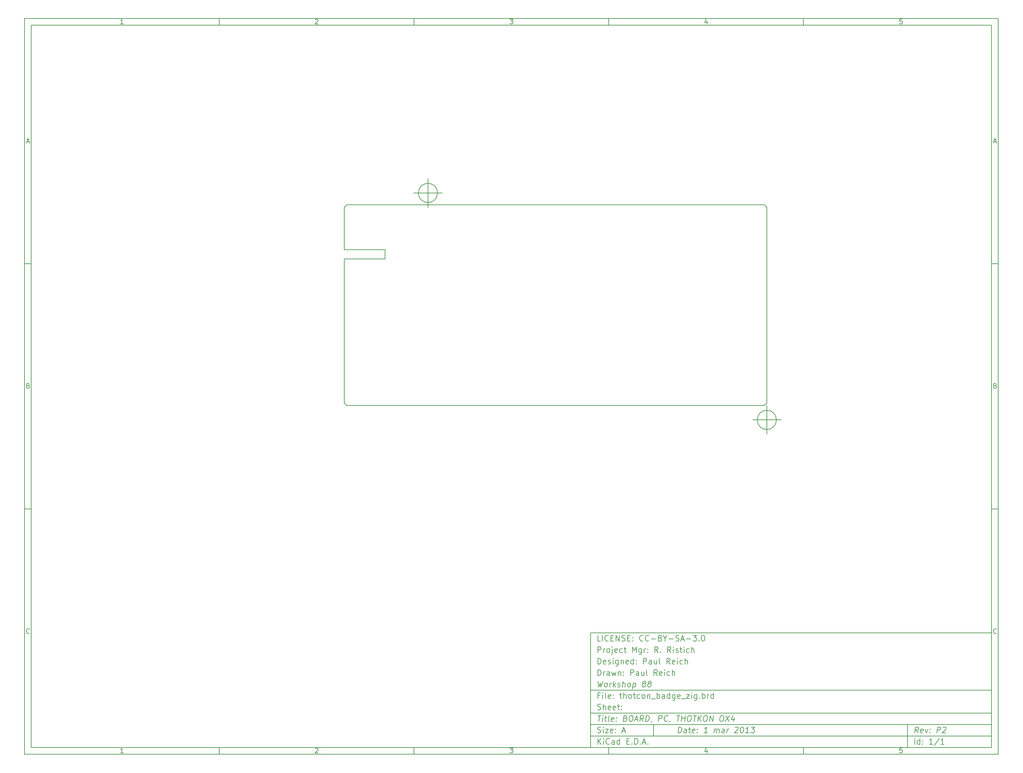
<source format=gbr>
G04 (created by PCBNEW (2012-11-15 BZR 3804)-stable) date Fri 01 Mar 2013 04:47:19 CST*
%MOIN*%
G04 Gerber Fmt 3.4, Leading zero omitted, Abs format*
%FSLAX34Y34*%
G01*
G70*
G90*
G04 APERTURE LIST*
%ADD10C,0.006*%
%ADD11C,0.00590551*%
G04 APERTURE END LIST*
G54D10*
X-38750Y36250D02*
X63250Y36250D01*
X63250Y-40750D01*
X-38750Y-40750D01*
X-38750Y36250D01*
X-38050Y35550D02*
X62550Y35550D01*
X62550Y-40050D01*
X-38050Y-40050D01*
X-38050Y35550D01*
X-18350Y36250D02*
X-18350Y35550D01*
X-28407Y35697D02*
X-28692Y35697D01*
X-28550Y35697D02*
X-28550Y36197D01*
X-28597Y36126D01*
X-28645Y36078D01*
X-28692Y36054D01*
X-18350Y-40750D02*
X-18350Y-40050D01*
X-28407Y-40602D02*
X-28692Y-40602D01*
X-28550Y-40602D02*
X-28550Y-40102D01*
X-28597Y-40173D01*
X-28645Y-40221D01*
X-28692Y-40245D01*
X2050Y36250D02*
X2050Y35550D01*
X-8292Y36150D02*
X-8269Y36173D01*
X-8221Y36197D01*
X-8102Y36197D01*
X-8054Y36173D01*
X-8030Y36150D01*
X-8007Y36102D01*
X-8007Y36054D01*
X-8030Y35983D01*
X-8316Y35697D01*
X-8007Y35697D01*
X2050Y-40750D02*
X2050Y-40050D01*
X-8292Y-40150D02*
X-8269Y-40126D01*
X-8221Y-40102D01*
X-8102Y-40102D01*
X-8054Y-40126D01*
X-8030Y-40150D01*
X-8007Y-40197D01*
X-8007Y-40245D01*
X-8030Y-40316D01*
X-8316Y-40602D01*
X-8007Y-40602D01*
X22450Y36250D02*
X22450Y35550D01*
X12083Y36197D02*
X12392Y36197D01*
X12226Y36007D01*
X12297Y36007D01*
X12345Y35983D01*
X12369Y35959D01*
X12392Y35911D01*
X12392Y35792D01*
X12369Y35745D01*
X12345Y35721D01*
X12297Y35697D01*
X12154Y35697D01*
X12107Y35721D01*
X12083Y35745D01*
X22450Y-40750D02*
X22450Y-40050D01*
X12083Y-40102D02*
X12392Y-40102D01*
X12226Y-40292D01*
X12297Y-40292D01*
X12345Y-40316D01*
X12369Y-40340D01*
X12392Y-40388D01*
X12392Y-40507D01*
X12369Y-40554D01*
X12345Y-40578D01*
X12297Y-40602D01*
X12154Y-40602D01*
X12107Y-40578D01*
X12083Y-40554D01*
X42850Y36250D02*
X42850Y35550D01*
X32745Y36030D02*
X32745Y35697D01*
X32626Y36221D02*
X32507Y35864D01*
X32816Y35864D01*
X42850Y-40750D02*
X42850Y-40050D01*
X32745Y-40269D02*
X32745Y-40602D01*
X32626Y-40078D02*
X32507Y-40435D01*
X32816Y-40435D01*
X53169Y36197D02*
X52930Y36197D01*
X52907Y35959D01*
X52930Y35983D01*
X52978Y36007D01*
X53097Y36007D01*
X53145Y35983D01*
X53169Y35959D01*
X53192Y35911D01*
X53192Y35792D01*
X53169Y35745D01*
X53145Y35721D01*
X53097Y35697D01*
X52978Y35697D01*
X52930Y35721D01*
X52907Y35745D01*
X53169Y-40102D02*
X52930Y-40102D01*
X52907Y-40340D01*
X52930Y-40316D01*
X52978Y-40292D01*
X53097Y-40292D01*
X53145Y-40316D01*
X53169Y-40340D01*
X53192Y-40388D01*
X53192Y-40507D01*
X53169Y-40554D01*
X53145Y-40578D01*
X53097Y-40602D01*
X52978Y-40602D01*
X52930Y-40578D01*
X52907Y-40554D01*
X-38750Y10590D02*
X-38050Y10590D01*
X-38519Y23360D02*
X-38280Y23360D01*
X-38566Y23217D02*
X-38399Y23717D01*
X-38233Y23217D01*
X63250Y10590D02*
X62550Y10590D01*
X62780Y23360D02*
X63019Y23360D01*
X62733Y23217D02*
X62900Y23717D01*
X63066Y23217D01*
X-38750Y-15070D02*
X-38050Y-15070D01*
X-38364Y-2180D02*
X-38292Y-2204D01*
X-38269Y-2228D01*
X-38245Y-2275D01*
X-38245Y-2347D01*
X-38269Y-2394D01*
X-38292Y-2418D01*
X-38340Y-2442D01*
X-38530Y-2442D01*
X-38530Y-1942D01*
X-38364Y-1942D01*
X-38316Y-1966D01*
X-38292Y-1990D01*
X-38269Y-2037D01*
X-38269Y-2085D01*
X-38292Y-2132D01*
X-38316Y-2156D01*
X-38364Y-2180D01*
X-38530Y-2180D01*
X63250Y-15070D02*
X62550Y-15070D01*
X62935Y-2180D02*
X63007Y-2204D01*
X63030Y-2228D01*
X63054Y-2275D01*
X63054Y-2347D01*
X63030Y-2394D01*
X63007Y-2418D01*
X62959Y-2442D01*
X62769Y-2442D01*
X62769Y-1942D01*
X62935Y-1942D01*
X62983Y-1966D01*
X63007Y-1990D01*
X63030Y-2037D01*
X63030Y-2085D01*
X63007Y-2132D01*
X62983Y-2156D01*
X62935Y-2180D01*
X62769Y-2180D01*
X-38245Y-28054D02*
X-38269Y-28078D01*
X-38340Y-28102D01*
X-38388Y-28102D01*
X-38459Y-28078D01*
X-38507Y-28030D01*
X-38530Y-27983D01*
X-38554Y-27888D01*
X-38554Y-27816D01*
X-38530Y-27721D01*
X-38507Y-27673D01*
X-38459Y-27626D01*
X-38388Y-27602D01*
X-38340Y-27602D01*
X-38269Y-27626D01*
X-38245Y-27650D01*
X63054Y-28054D02*
X63030Y-28078D01*
X62959Y-28102D01*
X62911Y-28102D01*
X62840Y-28078D01*
X62792Y-28030D01*
X62769Y-27983D01*
X62745Y-27888D01*
X62745Y-27816D01*
X62769Y-27721D01*
X62792Y-27673D01*
X62840Y-27626D01*
X62911Y-27602D01*
X62959Y-27602D01*
X63030Y-27626D01*
X63054Y-27650D01*
X29700Y-38492D02*
X29775Y-37892D01*
X29917Y-37892D01*
X30000Y-37921D01*
X30050Y-37978D01*
X30071Y-38035D01*
X30085Y-38150D01*
X30075Y-38235D01*
X30032Y-38350D01*
X29996Y-38407D01*
X29932Y-38464D01*
X29842Y-38492D01*
X29700Y-38492D01*
X30557Y-38492D02*
X30596Y-38178D01*
X30575Y-38121D01*
X30521Y-38092D01*
X30407Y-38092D01*
X30346Y-38121D01*
X30560Y-38464D02*
X30500Y-38492D01*
X30357Y-38492D01*
X30303Y-38464D01*
X30282Y-38407D01*
X30289Y-38350D01*
X30325Y-38292D01*
X30385Y-38264D01*
X30528Y-38264D01*
X30589Y-38235D01*
X30807Y-38092D02*
X31035Y-38092D01*
X30917Y-37892D02*
X30853Y-38407D01*
X30875Y-38464D01*
X30928Y-38492D01*
X30985Y-38492D01*
X31417Y-38464D02*
X31357Y-38492D01*
X31242Y-38492D01*
X31189Y-38464D01*
X31167Y-38407D01*
X31196Y-38178D01*
X31232Y-38121D01*
X31292Y-38092D01*
X31407Y-38092D01*
X31460Y-38121D01*
X31482Y-38178D01*
X31475Y-38235D01*
X31182Y-38292D01*
X31707Y-38435D02*
X31732Y-38464D01*
X31700Y-38492D01*
X31675Y-38464D01*
X31707Y-38435D01*
X31700Y-38492D01*
X31746Y-38121D02*
X31771Y-38150D01*
X31739Y-38178D01*
X31714Y-38150D01*
X31746Y-38121D01*
X31739Y-38178D01*
X32757Y-38492D02*
X32414Y-38492D01*
X32585Y-38492D02*
X32660Y-37892D01*
X32592Y-37978D01*
X32528Y-38035D01*
X32467Y-38064D01*
X33471Y-38492D02*
X33521Y-38092D01*
X33514Y-38150D02*
X33546Y-38121D01*
X33607Y-38092D01*
X33692Y-38092D01*
X33746Y-38121D01*
X33767Y-38178D01*
X33728Y-38492D01*
X33767Y-38178D02*
X33803Y-38121D01*
X33864Y-38092D01*
X33950Y-38092D01*
X34003Y-38121D01*
X34025Y-38178D01*
X33985Y-38492D01*
X34528Y-38492D02*
X34567Y-38178D01*
X34546Y-38121D01*
X34492Y-38092D01*
X34378Y-38092D01*
X34317Y-38121D01*
X34532Y-38464D02*
X34471Y-38492D01*
X34328Y-38492D01*
X34275Y-38464D01*
X34253Y-38407D01*
X34260Y-38350D01*
X34296Y-38292D01*
X34357Y-38264D01*
X34500Y-38264D01*
X34560Y-38235D01*
X34814Y-38492D02*
X34864Y-38092D01*
X34850Y-38207D02*
X34885Y-38150D01*
X34917Y-38121D01*
X34978Y-38092D01*
X35035Y-38092D01*
X35682Y-37950D02*
X35714Y-37921D01*
X35775Y-37892D01*
X35917Y-37892D01*
X35971Y-37921D01*
X35996Y-37950D01*
X36017Y-38007D01*
X36010Y-38064D01*
X35971Y-38150D01*
X35585Y-38492D01*
X35957Y-38492D01*
X36403Y-37892D02*
X36460Y-37892D01*
X36514Y-37921D01*
X36539Y-37950D01*
X36560Y-38007D01*
X36575Y-38121D01*
X36557Y-38264D01*
X36514Y-38378D01*
X36478Y-38435D01*
X36446Y-38464D01*
X36385Y-38492D01*
X36328Y-38492D01*
X36275Y-38464D01*
X36250Y-38435D01*
X36228Y-38378D01*
X36214Y-38264D01*
X36232Y-38121D01*
X36275Y-38007D01*
X36310Y-37950D01*
X36342Y-37921D01*
X36403Y-37892D01*
X37100Y-38492D02*
X36757Y-38492D01*
X36928Y-38492D02*
X37003Y-37892D01*
X36935Y-37978D01*
X36871Y-38035D01*
X36810Y-38064D01*
X37375Y-37892D02*
X37746Y-37892D01*
X37517Y-38121D01*
X37603Y-38121D01*
X37657Y-38150D01*
X37682Y-38178D01*
X37703Y-38235D01*
X37685Y-38378D01*
X37650Y-38435D01*
X37617Y-38464D01*
X37557Y-38492D01*
X37385Y-38492D01*
X37332Y-38464D01*
X37307Y-38435D01*
X21292Y-39692D02*
X21292Y-39092D01*
X21635Y-39692D02*
X21378Y-39350D01*
X21635Y-39092D02*
X21292Y-39435D01*
X21892Y-39692D02*
X21892Y-39292D01*
X21892Y-39092D02*
X21864Y-39121D01*
X21892Y-39150D01*
X21921Y-39121D01*
X21892Y-39092D01*
X21892Y-39150D01*
X22521Y-39635D02*
X22492Y-39664D01*
X22407Y-39692D01*
X22350Y-39692D01*
X22264Y-39664D01*
X22207Y-39607D01*
X22178Y-39550D01*
X22150Y-39435D01*
X22150Y-39350D01*
X22178Y-39235D01*
X22207Y-39178D01*
X22264Y-39121D01*
X22350Y-39092D01*
X22407Y-39092D01*
X22492Y-39121D01*
X22521Y-39150D01*
X23035Y-39692D02*
X23035Y-39378D01*
X23007Y-39321D01*
X22950Y-39292D01*
X22835Y-39292D01*
X22778Y-39321D01*
X23035Y-39664D02*
X22978Y-39692D01*
X22835Y-39692D01*
X22778Y-39664D01*
X22750Y-39607D01*
X22750Y-39550D01*
X22778Y-39492D01*
X22835Y-39464D01*
X22978Y-39464D01*
X23035Y-39435D01*
X23578Y-39692D02*
X23578Y-39092D01*
X23578Y-39664D02*
X23521Y-39692D01*
X23407Y-39692D01*
X23350Y-39664D01*
X23321Y-39635D01*
X23292Y-39578D01*
X23292Y-39407D01*
X23321Y-39350D01*
X23350Y-39321D01*
X23407Y-39292D01*
X23521Y-39292D01*
X23578Y-39321D01*
X24321Y-39378D02*
X24521Y-39378D01*
X24607Y-39692D02*
X24321Y-39692D01*
X24321Y-39092D01*
X24607Y-39092D01*
X24864Y-39635D02*
X24892Y-39664D01*
X24864Y-39692D01*
X24835Y-39664D01*
X24864Y-39635D01*
X24864Y-39692D01*
X25149Y-39692D02*
X25149Y-39092D01*
X25292Y-39092D01*
X25378Y-39121D01*
X25435Y-39178D01*
X25464Y-39235D01*
X25492Y-39350D01*
X25492Y-39435D01*
X25464Y-39550D01*
X25435Y-39607D01*
X25378Y-39664D01*
X25292Y-39692D01*
X25149Y-39692D01*
X25749Y-39635D02*
X25778Y-39664D01*
X25749Y-39692D01*
X25721Y-39664D01*
X25749Y-39635D01*
X25749Y-39692D01*
X26007Y-39521D02*
X26292Y-39521D01*
X25949Y-39692D02*
X26149Y-39092D01*
X26349Y-39692D01*
X26549Y-39635D02*
X26578Y-39664D01*
X26549Y-39692D01*
X26521Y-39664D01*
X26549Y-39635D01*
X26549Y-39692D01*
X54842Y-38492D02*
X54678Y-38207D01*
X54500Y-38492D02*
X54575Y-37892D01*
X54803Y-37892D01*
X54857Y-37921D01*
X54882Y-37950D01*
X54903Y-38007D01*
X54892Y-38092D01*
X54857Y-38150D01*
X54825Y-38178D01*
X54764Y-38207D01*
X54535Y-38207D01*
X55332Y-38464D02*
X55271Y-38492D01*
X55157Y-38492D01*
X55103Y-38464D01*
X55082Y-38407D01*
X55110Y-38178D01*
X55146Y-38121D01*
X55207Y-38092D01*
X55321Y-38092D01*
X55375Y-38121D01*
X55396Y-38178D01*
X55389Y-38235D01*
X55096Y-38292D01*
X55607Y-38092D02*
X55700Y-38492D01*
X55892Y-38092D01*
X56078Y-38435D02*
X56103Y-38464D01*
X56071Y-38492D01*
X56046Y-38464D01*
X56078Y-38435D01*
X56071Y-38492D01*
X56117Y-38121D02*
X56142Y-38150D01*
X56110Y-38178D01*
X56085Y-38150D01*
X56117Y-38121D01*
X56110Y-38178D01*
X56814Y-38492D02*
X56889Y-37892D01*
X57117Y-37892D01*
X57171Y-37921D01*
X57196Y-37950D01*
X57217Y-38007D01*
X57207Y-38092D01*
X57171Y-38150D01*
X57139Y-38178D01*
X57078Y-38207D01*
X56850Y-38207D01*
X57453Y-37950D02*
X57485Y-37921D01*
X57546Y-37892D01*
X57689Y-37892D01*
X57742Y-37921D01*
X57767Y-37950D01*
X57789Y-38007D01*
X57782Y-38064D01*
X57742Y-38150D01*
X57357Y-38492D01*
X57728Y-38492D01*
X21264Y-38464D02*
X21350Y-38492D01*
X21492Y-38492D01*
X21550Y-38464D01*
X21578Y-38435D01*
X21607Y-38378D01*
X21607Y-38321D01*
X21578Y-38264D01*
X21550Y-38235D01*
X21492Y-38207D01*
X21378Y-38178D01*
X21321Y-38150D01*
X21292Y-38121D01*
X21264Y-38064D01*
X21264Y-38007D01*
X21292Y-37950D01*
X21321Y-37921D01*
X21378Y-37892D01*
X21521Y-37892D01*
X21607Y-37921D01*
X21864Y-38492D02*
X21864Y-38092D01*
X21864Y-37892D02*
X21835Y-37921D01*
X21864Y-37950D01*
X21892Y-37921D01*
X21864Y-37892D01*
X21864Y-37950D01*
X22092Y-38092D02*
X22407Y-38092D01*
X22092Y-38492D01*
X22407Y-38492D01*
X22864Y-38464D02*
X22807Y-38492D01*
X22692Y-38492D01*
X22635Y-38464D01*
X22607Y-38407D01*
X22607Y-38178D01*
X22635Y-38121D01*
X22692Y-38092D01*
X22807Y-38092D01*
X22864Y-38121D01*
X22892Y-38178D01*
X22892Y-38235D01*
X22607Y-38292D01*
X23150Y-38435D02*
X23178Y-38464D01*
X23150Y-38492D01*
X23121Y-38464D01*
X23150Y-38435D01*
X23150Y-38492D01*
X23150Y-38121D02*
X23178Y-38150D01*
X23150Y-38178D01*
X23121Y-38150D01*
X23150Y-38121D01*
X23150Y-38178D01*
X23864Y-38321D02*
X24150Y-38321D01*
X23807Y-38492D02*
X24007Y-37892D01*
X24207Y-38492D01*
X54492Y-39692D02*
X54492Y-39092D01*
X55035Y-39692D02*
X55035Y-39092D01*
X55035Y-39664D02*
X54978Y-39692D01*
X54864Y-39692D01*
X54807Y-39664D01*
X54778Y-39635D01*
X54750Y-39578D01*
X54750Y-39407D01*
X54778Y-39350D01*
X54807Y-39321D01*
X54864Y-39292D01*
X54978Y-39292D01*
X55035Y-39321D01*
X55321Y-39635D02*
X55350Y-39664D01*
X55321Y-39692D01*
X55292Y-39664D01*
X55321Y-39635D01*
X55321Y-39692D01*
X55321Y-39321D02*
X55350Y-39350D01*
X55321Y-39378D01*
X55292Y-39350D01*
X55321Y-39321D01*
X55321Y-39378D01*
X56378Y-39692D02*
X56035Y-39692D01*
X56207Y-39692D02*
X56207Y-39092D01*
X56149Y-39178D01*
X56092Y-39235D01*
X56035Y-39264D01*
X57064Y-39064D02*
X56550Y-39835D01*
X57578Y-39692D02*
X57235Y-39692D01*
X57407Y-39692D02*
X57407Y-39092D01*
X57349Y-39178D01*
X57292Y-39235D01*
X57235Y-39264D01*
X21289Y-36692D02*
X21632Y-36692D01*
X21385Y-37292D02*
X21460Y-36692D01*
X21757Y-37292D02*
X21807Y-36892D01*
X21832Y-36692D02*
X21800Y-36721D01*
X21825Y-36750D01*
X21857Y-36721D01*
X21832Y-36692D01*
X21825Y-36750D01*
X22007Y-36892D02*
X22235Y-36892D01*
X22117Y-36692D02*
X22053Y-37207D01*
X22075Y-37264D01*
X22128Y-37292D01*
X22185Y-37292D01*
X22471Y-37292D02*
X22417Y-37264D01*
X22396Y-37207D01*
X22460Y-36692D01*
X22932Y-37264D02*
X22871Y-37292D01*
X22757Y-37292D01*
X22703Y-37264D01*
X22682Y-37207D01*
X22710Y-36978D01*
X22746Y-36921D01*
X22807Y-36892D01*
X22921Y-36892D01*
X22975Y-36921D01*
X22996Y-36978D01*
X22989Y-37035D01*
X22696Y-37092D01*
X23221Y-37235D02*
X23246Y-37264D01*
X23214Y-37292D01*
X23189Y-37264D01*
X23221Y-37235D01*
X23214Y-37292D01*
X23260Y-36921D02*
X23285Y-36950D01*
X23253Y-36978D01*
X23228Y-36950D01*
X23260Y-36921D01*
X23253Y-36978D01*
X24196Y-36978D02*
X24278Y-37007D01*
X24303Y-37035D01*
X24325Y-37092D01*
X24314Y-37178D01*
X24278Y-37235D01*
X24246Y-37264D01*
X24185Y-37292D01*
X23957Y-37292D01*
X24032Y-36692D01*
X24232Y-36692D01*
X24285Y-36721D01*
X24310Y-36750D01*
X24332Y-36807D01*
X24325Y-36864D01*
X24289Y-36921D01*
X24257Y-36950D01*
X24196Y-36978D01*
X23996Y-36978D01*
X24746Y-36692D02*
X24860Y-36692D01*
X24914Y-36721D01*
X24964Y-36778D01*
X24978Y-36892D01*
X24953Y-37092D01*
X24910Y-37207D01*
X24846Y-37264D01*
X24785Y-37292D01*
X24671Y-37292D01*
X24617Y-37264D01*
X24567Y-37207D01*
X24553Y-37092D01*
X24578Y-36892D01*
X24621Y-36778D01*
X24685Y-36721D01*
X24746Y-36692D01*
X25178Y-37121D02*
X25464Y-37121D01*
X25100Y-37292D02*
X25375Y-36692D01*
X25500Y-37292D01*
X26042Y-37292D02*
X25878Y-37007D01*
X25700Y-37292D02*
X25775Y-36692D01*
X26003Y-36692D01*
X26057Y-36721D01*
X26082Y-36750D01*
X26103Y-36807D01*
X26092Y-36892D01*
X26057Y-36950D01*
X26025Y-36978D01*
X25964Y-37007D01*
X25735Y-37007D01*
X26300Y-37292D02*
X26375Y-36692D01*
X26517Y-36692D01*
X26600Y-36721D01*
X26650Y-36778D01*
X26671Y-36835D01*
X26685Y-36950D01*
X26675Y-37035D01*
X26632Y-37150D01*
X26596Y-37207D01*
X26532Y-37264D01*
X26442Y-37292D01*
X26300Y-37292D01*
X26932Y-37264D02*
X26928Y-37292D01*
X26892Y-37350D01*
X26860Y-37378D01*
X27642Y-37292D02*
X27717Y-36692D01*
X27946Y-36692D01*
X27999Y-36721D01*
X28025Y-36750D01*
X28046Y-36807D01*
X28035Y-36892D01*
X28000Y-36950D01*
X27967Y-36978D01*
X27907Y-37007D01*
X27678Y-37007D01*
X28592Y-37235D02*
X28560Y-37264D01*
X28471Y-37292D01*
X28414Y-37292D01*
X28332Y-37264D01*
X28282Y-37207D01*
X28260Y-37150D01*
X28246Y-37035D01*
X28257Y-36950D01*
X28300Y-36835D01*
X28335Y-36778D01*
X28399Y-36721D01*
X28489Y-36692D01*
X28546Y-36692D01*
X28628Y-36721D01*
X28653Y-36750D01*
X28875Y-37264D02*
X28871Y-37292D01*
X28835Y-37350D01*
X28803Y-37378D01*
X29575Y-36692D02*
X29917Y-36692D01*
X29671Y-37292D02*
X29746Y-36692D01*
X30042Y-37292D02*
X30117Y-36692D01*
X30082Y-36978D02*
X30425Y-36978D01*
X30385Y-37292D02*
X30460Y-36692D01*
X30860Y-36692D02*
X30975Y-36692D01*
X31028Y-36721D01*
X31078Y-36778D01*
X31092Y-36892D01*
X31067Y-37092D01*
X31024Y-37207D01*
X30960Y-37264D01*
X30900Y-37292D01*
X30785Y-37292D01*
X30732Y-37264D01*
X30682Y-37207D01*
X30667Y-37092D01*
X30692Y-36892D01*
X30735Y-36778D01*
X30799Y-36721D01*
X30860Y-36692D01*
X31289Y-36692D02*
X31632Y-36692D01*
X31385Y-37292D02*
X31460Y-36692D01*
X31757Y-37292D02*
X31832Y-36692D01*
X32099Y-37292D02*
X31885Y-36950D01*
X32174Y-36692D02*
X31789Y-37035D01*
X32546Y-36692D02*
X32660Y-36692D01*
X32714Y-36721D01*
X32764Y-36778D01*
X32778Y-36892D01*
X32753Y-37092D01*
X32710Y-37207D01*
X32646Y-37264D01*
X32585Y-37292D01*
X32471Y-37292D01*
X32417Y-37264D01*
X32367Y-37207D01*
X32353Y-37092D01*
X32378Y-36892D01*
X32421Y-36778D01*
X32485Y-36721D01*
X32546Y-36692D01*
X32985Y-37292D02*
X33060Y-36692D01*
X33328Y-37292D01*
X33403Y-36692D01*
X34260Y-36692D02*
X34374Y-36692D01*
X34428Y-36721D01*
X34478Y-36778D01*
X34492Y-36892D01*
X34467Y-37092D01*
X34424Y-37207D01*
X34360Y-37264D01*
X34299Y-37292D01*
X34185Y-37292D01*
X34132Y-37264D01*
X34082Y-37207D01*
X34067Y-37092D01*
X34092Y-36892D01*
X34135Y-36778D01*
X34199Y-36721D01*
X34260Y-36692D01*
X34717Y-36692D02*
X35042Y-37292D01*
X35117Y-36692D02*
X34642Y-37292D01*
X35578Y-36892D02*
X35528Y-37292D01*
X35464Y-36664D02*
X35267Y-37092D01*
X35639Y-37092D01*
X21492Y-34578D02*
X21292Y-34578D01*
X21292Y-34892D02*
X21292Y-34292D01*
X21578Y-34292D01*
X21807Y-34892D02*
X21807Y-34492D01*
X21807Y-34292D02*
X21778Y-34321D01*
X21807Y-34350D01*
X21835Y-34321D01*
X21807Y-34292D01*
X21807Y-34350D01*
X22178Y-34892D02*
X22121Y-34864D01*
X22092Y-34807D01*
X22092Y-34292D01*
X22635Y-34864D02*
X22578Y-34892D01*
X22464Y-34892D01*
X22407Y-34864D01*
X22378Y-34807D01*
X22378Y-34578D01*
X22407Y-34521D01*
X22464Y-34492D01*
X22578Y-34492D01*
X22635Y-34521D01*
X22664Y-34578D01*
X22664Y-34635D01*
X22378Y-34692D01*
X22921Y-34835D02*
X22950Y-34864D01*
X22921Y-34892D01*
X22892Y-34864D01*
X22921Y-34835D01*
X22921Y-34892D01*
X22921Y-34521D02*
X22950Y-34550D01*
X22921Y-34578D01*
X22892Y-34550D01*
X22921Y-34521D01*
X22921Y-34578D01*
X23578Y-34492D02*
X23807Y-34492D01*
X23664Y-34292D02*
X23664Y-34807D01*
X23692Y-34864D01*
X23750Y-34892D01*
X23807Y-34892D01*
X24007Y-34892D02*
X24007Y-34292D01*
X24264Y-34892D02*
X24264Y-34578D01*
X24235Y-34521D01*
X24178Y-34492D01*
X24092Y-34492D01*
X24035Y-34521D01*
X24007Y-34550D01*
X24635Y-34892D02*
X24578Y-34864D01*
X24550Y-34835D01*
X24521Y-34778D01*
X24521Y-34607D01*
X24550Y-34550D01*
X24578Y-34521D01*
X24635Y-34492D01*
X24721Y-34492D01*
X24778Y-34521D01*
X24807Y-34550D01*
X24835Y-34607D01*
X24835Y-34778D01*
X24807Y-34835D01*
X24778Y-34864D01*
X24721Y-34892D01*
X24635Y-34892D01*
X25007Y-34492D02*
X25235Y-34492D01*
X25092Y-34292D02*
X25092Y-34807D01*
X25121Y-34864D01*
X25178Y-34892D01*
X25235Y-34892D01*
X25692Y-34864D02*
X25635Y-34892D01*
X25521Y-34892D01*
X25464Y-34864D01*
X25435Y-34835D01*
X25407Y-34778D01*
X25407Y-34607D01*
X25435Y-34550D01*
X25464Y-34521D01*
X25521Y-34492D01*
X25635Y-34492D01*
X25692Y-34521D01*
X26035Y-34892D02*
X25978Y-34864D01*
X25950Y-34835D01*
X25921Y-34778D01*
X25921Y-34607D01*
X25950Y-34550D01*
X25978Y-34521D01*
X26035Y-34492D01*
X26121Y-34492D01*
X26178Y-34521D01*
X26207Y-34550D01*
X26235Y-34607D01*
X26235Y-34778D01*
X26207Y-34835D01*
X26178Y-34864D01*
X26121Y-34892D01*
X26035Y-34892D01*
X26492Y-34492D02*
X26492Y-34892D01*
X26492Y-34550D02*
X26521Y-34521D01*
X26578Y-34492D01*
X26664Y-34492D01*
X26721Y-34521D01*
X26750Y-34578D01*
X26750Y-34892D01*
X26892Y-34950D02*
X27350Y-34950D01*
X27492Y-34892D02*
X27492Y-34292D01*
X27492Y-34521D02*
X27550Y-34492D01*
X27664Y-34492D01*
X27721Y-34521D01*
X27750Y-34550D01*
X27778Y-34607D01*
X27778Y-34778D01*
X27750Y-34835D01*
X27721Y-34864D01*
X27664Y-34892D01*
X27550Y-34892D01*
X27492Y-34864D01*
X28292Y-34892D02*
X28292Y-34578D01*
X28264Y-34521D01*
X28207Y-34492D01*
X28092Y-34492D01*
X28035Y-34521D01*
X28292Y-34864D02*
X28235Y-34892D01*
X28092Y-34892D01*
X28035Y-34864D01*
X28007Y-34807D01*
X28007Y-34750D01*
X28035Y-34692D01*
X28092Y-34664D01*
X28235Y-34664D01*
X28292Y-34635D01*
X28835Y-34892D02*
X28835Y-34292D01*
X28835Y-34864D02*
X28778Y-34892D01*
X28664Y-34892D01*
X28607Y-34864D01*
X28578Y-34835D01*
X28550Y-34778D01*
X28550Y-34607D01*
X28578Y-34550D01*
X28607Y-34521D01*
X28664Y-34492D01*
X28778Y-34492D01*
X28835Y-34521D01*
X29378Y-34492D02*
X29378Y-34978D01*
X29350Y-35035D01*
X29321Y-35064D01*
X29264Y-35092D01*
X29178Y-35092D01*
X29121Y-35064D01*
X29378Y-34864D02*
X29321Y-34892D01*
X29207Y-34892D01*
X29150Y-34864D01*
X29121Y-34835D01*
X29092Y-34778D01*
X29092Y-34607D01*
X29121Y-34550D01*
X29150Y-34521D01*
X29207Y-34492D01*
X29321Y-34492D01*
X29378Y-34521D01*
X29892Y-34864D02*
X29835Y-34892D01*
X29721Y-34892D01*
X29664Y-34864D01*
X29635Y-34807D01*
X29635Y-34578D01*
X29664Y-34521D01*
X29721Y-34492D01*
X29835Y-34492D01*
X29892Y-34521D01*
X29921Y-34578D01*
X29921Y-34635D01*
X29635Y-34692D01*
X30035Y-34950D02*
X30492Y-34950D01*
X30578Y-34492D02*
X30892Y-34492D01*
X30578Y-34892D01*
X30892Y-34892D01*
X31121Y-34892D02*
X31121Y-34492D01*
X31121Y-34292D02*
X31092Y-34321D01*
X31121Y-34350D01*
X31150Y-34321D01*
X31121Y-34292D01*
X31121Y-34350D01*
X31664Y-34492D02*
X31664Y-34978D01*
X31635Y-35035D01*
X31607Y-35064D01*
X31549Y-35092D01*
X31464Y-35092D01*
X31407Y-35064D01*
X31664Y-34864D02*
X31607Y-34892D01*
X31492Y-34892D01*
X31435Y-34864D01*
X31407Y-34835D01*
X31378Y-34778D01*
X31378Y-34607D01*
X31407Y-34550D01*
X31435Y-34521D01*
X31492Y-34492D01*
X31607Y-34492D01*
X31664Y-34521D01*
X31949Y-34835D02*
X31978Y-34864D01*
X31949Y-34892D01*
X31921Y-34864D01*
X31949Y-34835D01*
X31949Y-34892D01*
X32235Y-34892D02*
X32235Y-34292D01*
X32235Y-34521D02*
X32292Y-34492D01*
X32407Y-34492D01*
X32464Y-34521D01*
X32492Y-34550D01*
X32521Y-34607D01*
X32521Y-34778D01*
X32492Y-34835D01*
X32464Y-34864D01*
X32407Y-34892D01*
X32292Y-34892D01*
X32235Y-34864D01*
X32778Y-34892D02*
X32778Y-34492D01*
X32778Y-34607D02*
X32807Y-34550D01*
X32835Y-34521D01*
X32892Y-34492D01*
X32949Y-34492D01*
X33407Y-34892D02*
X33407Y-34292D01*
X33407Y-34864D02*
X33349Y-34892D01*
X33235Y-34892D01*
X33178Y-34864D01*
X33149Y-34835D01*
X33121Y-34778D01*
X33121Y-34607D01*
X33149Y-34550D01*
X33178Y-34521D01*
X33235Y-34492D01*
X33349Y-34492D01*
X33407Y-34521D01*
X21264Y-36064D02*
X21350Y-36092D01*
X21492Y-36092D01*
X21550Y-36064D01*
X21578Y-36035D01*
X21607Y-35978D01*
X21607Y-35921D01*
X21578Y-35864D01*
X21550Y-35835D01*
X21492Y-35807D01*
X21378Y-35778D01*
X21321Y-35750D01*
X21292Y-35721D01*
X21264Y-35664D01*
X21264Y-35607D01*
X21292Y-35550D01*
X21321Y-35521D01*
X21378Y-35492D01*
X21521Y-35492D01*
X21607Y-35521D01*
X21864Y-36092D02*
X21864Y-35492D01*
X22121Y-36092D02*
X22121Y-35778D01*
X22092Y-35721D01*
X22035Y-35692D01*
X21950Y-35692D01*
X21892Y-35721D01*
X21864Y-35750D01*
X22635Y-36064D02*
X22578Y-36092D01*
X22464Y-36092D01*
X22407Y-36064D01*
X22378Y-36007D01*
X22378Y-35778D01*
X22407Y-35721D01*
X22464Y-35692D01*
X22578Y-35692D01*
X22635Y-35721D01*
X22664Y-35778D01*
X22664Y-35835D01*
X22378Y-35892D01*
X23150Y-36064D02*
X23092Y-36092D01*
X22978Y-36092D01*
X22921Y-36064D01*
X22892Y-36007D01*
X22892Y-35778D01*
X22921Y-35721D01*
X22978Y-35692D01*
X23092Y-35692D01*
X23150Y-35721D01*
X23178Y-35778D01*
X23178Y-35835D01*
X22892Y-35892D01*
X23350Y-35692D02*
X23578Y-35692D01*
X23435Y-35492D02*
X23435Y-36007D01*
X23464Y-36064D01*
X23521Y-36092D01*
X23578Y-36092D01*
X23778Y-36035D02*
X23807Y-36064D01*
X23778Y-36092D01*
X23750Y-36064D01*
X23778Y-36035D01*
X23778Y-36092D01*
X23778Y-35721D02*
X23807Y-35750D01*
X23778Y-35778D01*
X23750Y-35750D01*
X23778Y-35721D01*
X23778Y-35778D01*
X21317Y-33092D02*
X21385Y-33692D01*
X21553Y-33264D01*
X21614Y-33692D01*
X21832Y-33092D01*
X22071Y-33692D02*
X22017Y-33664D01*
X21992Y-33635D01*
X21971Y-33578D01*
X21992Y-33407D01*
X22028Y-33350D01*
X22060Y-33321D01*
X22121Y-33292D01*
X22207Y-33292D01*
X22260Y-33321D01*
X22285Y-33350D01*
X22307Y-33407D01*
X22285Y-33578D01*
X22250Y-33635D01*
X22217Y-33664D01*
X22157Y-33692D01*
X22071Y-33692D01*
X22528Y-33692D02*
X22578Y-33292D01*
X22564Y-33407D02*
X22600Y-33350D01*
X22632Y-33321D01*
X22692Y-33292D01*
X22750Y-33292D01*
X22900Y-33692D02*
X22975Y-33092D01*
X22985Y-33464D02*
X23128Y-33692D01*
X23178Y-33292D02*
X22921Y-33521D01*
X23360Y-33664D02*
X23414Y-33692D01*
X23528Y-33692D01*
X23589Y-33664D01*
X23625Y-33607D01*
X23628Y-33578D01*
X23607Y-33521D01*
X23553Y-33492D01*
X23467Y-33492D01*
X23414Y-33464D01*
X23392Y-33407D01*
X23396Y-33378D01*
X23432Y-33321D01*
X23492Y-33292D01*
X23578Y-33292D01*
X23632Y-33321D01*
X23871Y-33692D02*
X23946Y-33092D01*
X24128Y-33692D02*
X24167Y-33378D01*
X24146Y-33321D01*
X24092Y-33292D01*
X24007Y-33292D01*
X23946Y-33321D01*
X23914Y-33350D01*
X24499Y-33692D02*
X24446Y-33664D01*
X24421Y-33635D01*
X24400Y-33578D01*
X24421Y-33407D01*
X24457Y-33350D01*
X24489Y-33321D01*
X24549Y-33292D01*
X24635Y-33292D01*
X24689Y-33321D01*
X24714Y-33350D01*
X24735Y-33407D01*
X24714Y-33578D01*
X24678Y-33635D01*
X24646Y-33664D01*
X24585Y-33692D01*
X24499Y-33692D01*
X25007Y-33292D02*
X24932Y-33892D01*
X25003Y-33321D02*
X25064Y-33292D01*
X25178Y-33292D01*
X25232Y-33321D01*
X25257Y-33350D01*
X25278Y-33407D01*
X25257Y-33578D01*
X25221Y-33635D01*
X25189Y-33664D01*
X25128Y-33692D01*
X25014Y-33692D01*
X24960Y-33664D01*
X26085Y-33350D02*
X26032Y-33321D01*
X26007Y-33292D01*
X25985Y-33235D01*
X25989Y-33207D01*
X26024Y-33150D01*
X26057Y-33121D01*
X26117Y-33092D01*
X26232Y-33092D01*
X26285Y-33121D01*
X26310Y-33150D01*
X26332Y-33207D01*
X26328Y-33235D01*
X26292Y-33292D01*
X26260Y-33321D01*
X26199Y-33350D01*
X26085Y-33350D01*
X26025Y-33378D01*
X25992Y-33407D01*
X25957Y-33464D01*
X25942Y-33578D01*
X25964Y-33635D01*
X25989Y-33664D01*
X26042Y-33692D01*
X26157Y-33692D01*
X26217Y-33664D01*
X26249Y-33635D01*
X26285Y-33578D01*
X26299Y-33464D01*
X26278Y-33407D01*
X26253Y-33378D01*
X26199Y-33350D01*
X26657Y-33350D02*
X26603Y-33321D01*
X26578Y-33292D01*
X26557Y-33235D01*
X26560Y-33207D01*
X26596Y-33150D01*
X26628Y-33121D01*
X26689Y-33092D01*
X26803Y-33092D01*
X26857Y-33121D01*
X26882Y-33150D01*
X26903Y-33207D01*
X26900Y-33235D01*
X26864Y-33292D01*
X26832Y-33321D01*
X26771Y-33350D01*
X26657Y-33350D01*
X26596Y-33378D01*
X26564Y-33407D01*
X26528Y-33464D01*
X26514Y-33578D01*
X26535Y-33635D01*
X26560Y-33664D01*
X26614Y-33692D01*
X26728Y-33692D01*
X26789Y-33664D01*
X26821Y-33635D01*
X26857Y-33578D01*
X26871Y-33464D01*
X26849Y-33407D01*
X26825Y-33378D01*
X26771Y-33350D01*
X21292Y-32492D02*
X21292Y-31892D01*
X21435Y-31892D01*
X21521Y-31921D01*
X21578Y-31978D01*
X21607Y-32035D01*
X21635Y-32150D01*
X21635Y-32235D01*
X21607Y-32350D01*
X21578Y-32407D01*
X21521Y-32464D01*
X21435Y-32492D01*
X21292Y-32492D01*
X21892Y-32492D02*
X21892Y-32092D01*
X21892Y-32207D02*
X21921Y-32150D01*
X21950Y-32121D01*
X22007Y-32092D01*
X22064Y-32092D01*
X22521Y-32492D02*
X22521Y-32178D01*
X22492Y-32121D01*
X22435Y-32092D01*
X22321Y-32092D01*
X22264Y-32121D01*
X22521Y-32464D02*
X22464Y-32492D01*
X22321Y-32492D01*
X22264Y-32464D01*
X22235Y-32407D01*
X22235Y-32350D01*
X22264Y-32292D01*
X22321Y-32264D01*
X22464Y-32264D01*
X22521Y-32235D01*
X22750Y-32092D02*
X22864Y-32492D01*
X22978Y-32207D01*
X23092Y-32492D01*
X23207Y-32092D01*
X23435Y-32092D02*
X23435Y-32492D01*
X23435Y-32150D02*
X23464Y-32121D01*
X23521Y-32092D01*
X23607Y-32092D01*
X23664Y-32121D01*
X23692Y-32178D01*
X23692Y-32492D01*
X23978Y-32435D02*
X24007Y-32464D01*
X23978Y-32492D01*
X23950Y-32464D01*
X23978Y-32435D01*
X23978Y-32492D01*
X23978Y-32121D02*
X24007Y-32150D01*
X23978Y-32178D01*
X23950Y-32150D01*
X23978Y-32121D01*
X23978Y-32178D01*
X24721Y-32492D02*
X24721Y-31892D01*
X24950Y-31892D01*
X25007Y-31921D01*
X25035Y-31950D01*
X25064Y-32007D01*
X25064Y-32092D01*
X25035Y-32150D01*
X25007Y-32178D01*
X24950Y-32207D01*
X24721Y-32207D01*
X25578Y-32492D02*
X25578Y-32178D01*
X25550Y-32121D01*
X25492Y-32092D01*
X25378Y-32092D01*
X25321Y-32121D01*
X25578Y-32464D02*
X25521Y-32492D01*
X25378Y-32492D01*
X25321Y-32464D01*
X25292Y-32407D01*
X25292Y-32350D01*
X25321Y-32292D01*
X25378Y-32264D01*
X25521Y-32264D01*
X25578Y-32235D01*
X26121Y-32092D02*
X26121Y-32492D01*
X25864Y-32092D02*
X25864Y-32407D01*
X25892Y-32464D01*
X25949Y-32492D01*
X26035Y-32492D01*
X26092Y-32464D01*
X26121Y-32435D01*
X26492Y-32492D02*
X26435Y-32464D01*
X26407Y-32407D01*
X26407Y-31892D01*
X27521Y-32492D02*
X27321Y-32207D01*
X27178Y-32492D02*
X27178Y-31892D01*
X27407Y-31892D01*
X27464Y-31921D01*
X27492Y-31950D01*
X27521Y-32007D01*
X27521Y-32092D01*
X27492Y-32150D01*
X27464Y-32178D01*
X27407Y-32207D01*
X27178Y-32207D01*
X28007Y-32464D02*
X27950Y-32492D01*
X27835Y-32492D01*
X27778Y-32464D01*
X27750Y-32407D01*
X27750Y-32178D01*
X27778Y-32121D01*
X27835Y-32092D01*
X27950Y-32092D01*
X28007Y-32121D01*
X28035Y-32178D01*
X28035Y-32235D01*
X27750Y-32292D01*
X28292Y-32492D02*
X28292Y-32092D01*
X28292Y-31892D02*
X28264Y-31921D01*
X28292Y-31950D01*
X28321Y-31921D01*
X28292Y-31892D01*
X28292Y-31950D01*
X28835Y-32464D02*
X28778Y-32492D01*
X28664Y-32492D01*
X28607Y-32464D01*
X28578Y-32435D01*
X28550Y-32378D01*
X28550Y-32207D01*
X28578Y-32150D01*
X28607Y-32121D01*
X28664Y-32092D01*
X28778Y-32092D01*
X28835Y-32121D01*
X29092Y-32492D02*
X29092Y-31892D01*
X29350Y-32492D02*
X29350Y-32178D01*
X29321Y-32121D01*
X29264Y-32092D01*
X29178Y-32092D01*
X29121Y-32121D01*
X29092Y-32150D01*
X21292Y-31292D02*
X21292Y-30692D01*
X21435Y-30692D01*
X21521Y-30721D01*
X21578Y-30778D01*
X21607Y-30835D01*
X21635Y-30950D01*
X21635Y-31035D01*
X21607Y-31150D01*
X21578Y-31207D01*
X21521Y-31264D01*
X21435Y-31292D01*
X21292Y-31292D01*
X22121Y-31264D02*
X22064Y-31292D01*
X21950Y-31292D01*
X21892Y-31264D01*
X21864Y-31207D01*
X21864Y-30978D01*
X21892Y-30921D01*
X21950Y-30892D01*
X22064Y-30892D01*
X22121Y-30921D01*
X22150Y-30978D01*
X22150Y-31035D01*
X21864Y-31092D01*
X22378Y-31264D02*
X22435Y-31292D01*
X22550Y-31292D01*
X22607Y-31264D01*
X22635Y-31207D01*
X22635Y-31178D01*
X22607Y-31121D01*
X22550Y-31092D01*
X22464Y-31092D01*
X22407Y-31064D01*
X22378Y-31007D01*
X22378Y-30978D01*
X22407Y-30921D01*
X22464Y-30892D01*
X22550Y-30892D01*
X22607Y-30921D01*
X22892Y-31292D02*
X22892Y-30892D01*
X22892Y-30692D02*
X22864Y-30721D01*
X22892Y-30750D01*
X22921Y-30721D01*
X22892Y-30692D01*
X22892Y-30750D01*
X23435Y-30892D02*
X23435Y-31378D01*
X23407Y-31435D01*
X23378Y-31464D01*
X23321Y-31492D01*
X23235Y-31492D01*
X23178Y-31464D01*
X23435Y-31264D02*
X23378Y-31292D01*
X23264Y-31292D01*
X23207Y-31264D01*
X23178Y-31235D01*
X23150Y-31178D01*
X23150Y-31007D01*
X23178Y-30950D01*
X23207Y-30921D01*
X23264Y-30892D01*
X23378Y-30892D01*
X23435Y-30921D01*
X23721Y-30892D02*
X23721Y-31292D01*
X23721Y-30950D02*
X23750Y-30921D01*
X23807Y-30892D01*
X23892Y-30892D01*
X23950Y-30921D01*
X23978Y-30978D01*
X23978Y-31292D01*
X24492Y-31264D02*
X24435Y-31292D01*
X24321Y-31292D01*
X24264Y-31264D01*
X24235Y-31207D01*
X24235Y-30978D01*
X24264Y-30921D01*
X24321Y-30892D01*
X24435Y-30892D01*
X24492Y-30921D01*
X24521Y-30978D01*
X24521Y-31035D01*
X24235Y-31092D01*
X25035Y-31292D02*
X25035Y-30692D01*
X25035Y-31264D02*
X24978Y-31292D01*
X24864Y-31292D01*
X24807Y-31264D01*
X24778Y-31235D01*
X24750Y-31178D01*
X24750Y-31007D01*
X24778Y-30950D01*
X24807Y-30921D01*
X24864Y-30892D01*
X24978Y-30892D01*
X25035Y-30921D01*
X25321Y-31235D02*
X25350Y-31264D01*
X25321Y-31292D01*
X25292Y-31264D01*
X25321Y-31235D01*
X25321Y-31292D01*
X25321Y-30921D02*
X25350Y-30950D01*
X25321Y-30978D01*
X25292Y-30950D01*
X25321Y-30921D01*
X25321Y-30978D01*
X26064Y-31292D02*
X26064Y-30692D01*
X26292Y-30692D01*
X26349Y-30721D01*
X26378Y-30750D01*
X26407Y-30807D01*
X26407Y-30892D01*
X26378Y-30950D01*
X26349Y-30978D01*
X26292Y-31007D01*
X26064Y-31007D01*
X26921Y-31292D02*
X26921Y-30978D01*
X26892Y-30921D01*
X26835Y-30892D01*
X26721Y-30892D01*
X26664Y-30921D01*
X26921Y-31264D02*
X26864Y-31292D01*
X26721Y-31292D01*
X26664Y-31264D01*
X26635Y-31207D01*
X26635Y-31150D01*
X26664Y-31092D01*
X26721Y-31064D01*
X26864Y-31064D01*
X26921Y-31035D01*
X27464Y-30892D02*
X27464Y-31292D01*
X27207Y-30892D02*
X27207Y-31207D01*
X27235Y-31264D01*
X27292Y-31292D01*
X27378Y-31292D01*
X27435Y-31264D01*
X27464Y-31235D01*
X27835Y-31292D02*
X27778Y-31264D01*
X27749Y-31207D01*
X27749Y-30692D01*
X28864Y-31292D02*
X28664Y-31007D01*
X28521Y-31292D02*
X28521Y-30692D01*
X28750Y-30692D01*
X28807Y-30721D01*
X28835Y-30750D01*
X28864Y-30807D01*
X28864Y-30892D01*
X28835Y-30950D01*
X28807Y-30978D01*
X28750Y-31007D01*
X28521Y-31007D01*
X29350Y-31264D02*
X29292Y-31292D01*
X29178Y-31292D01*
X29121Y-31264D01*
X29092Y-31207D01*
X29092Y-30978D01*
X29121Y-30921D01*
X29178Y-30892D01*
X29292Y-30892D01*
X29350Y-30921D01*
X29378Y-30978D01*
X29378Y-31035D01*
X29092Y-31092D01*
X29635Y-31292D02*
X29635Y-30892D01*
X29635Y-30692D02*
X29607Y-30721D01*
X29635Y-30750D01*
X29664Y-30721D01*
X29635Y-30692D01*
X29635Y-30750D01*
X30178Y-31264D02*
X30121Y-31292D01*
X30007Y-31292D01*
X29950Y-31264D01*
X29921Y-31235D01*
X29892Y-31178D01*
X29892Y-31007D01*
X29921Y-30950D01*
X29950Y-30921D01*
X30007Y-30892D01*
X30121Y-30892D01*
X30178Y-30921D01*
X30435Y-31292D02*
X30435Y-30692D01*
X30692Y-31292D02*
X30692Y-30978D01*
X30664Y-30921D01*
X30607Y-30892D01*
X30521Y-30892D01*
X30464Y-30921D01*
X30435Y-30950D01*
X21292Y-30092D02*
X21292Y-29492D01*
X21521Y-29492D01*
X21578Y-29521D01*
X21607Y-29550D01*
X21635Y-29607D01*
X21635Y-29692D01*
X21607Y-29750D01*
X21578Y-29778D01*
X21521Y-29807D01*
X21292Y-29807D01*
X21892Y-30092D02*
X21892Y-29692D01*
X21892Y-29807D02*
X21921Y-29750D01*
X21950Y-29721D01*
X22007Y-29692D01*
X22064Y-29692D01*
X22350Y-30092D02*
X22292Y-30064D01*
X22264Y-30035D01*
X22235Y-29978D01*
X22235Y-29807D01*
X22264Y-29750D01*
X22292Y-29721D01*
X22350Y-29692D01*
X22435Y-29692D01*
X22492Y-29721D01*
X22521Y-29750D01*
X22550Y-29807D01*
X22550Y-29978D01*
X22521Y-30035D01*
X22492Y-30064D01*
X22435Y-30092D01*
X22350Y-30092D01*
X22807Y-29692D02*
X22807Y-30207D01*
X22778Y-30264D01*
X22721Y-30292D01*
X22692Y-30292D01*
X22807Y-29492D02*
X22778Y-29521D01*
X22807Y-29550D01*
X22835Y-29521D01*
X22807Y-29492D01*
X22807Y-29550D01*
X23321Y-30064D02*
X23264Y-30092D01*
X23150Y-30092D01*
X23092Y-30064D01*
X23064Y-30007D01*
X23064Y-29778D01*
X23092Y-29721D01*
X23150Y-29692D01*
X23264Y-29692D01*
X23321Y-29721D01*
X23350Y-29778D01*
X23350Y-29835D01*
X23064Y-29892D01*
X23864Y-30064D02*
X23807Y-30092D01*
X23692Y-30092D01*
X23635Y-30064D01*
X23607Y-30035D01*
X23578Y-29978D01*
X23578Y-29807D01*
X23607Y-29750D01*
X23635Y-29721D01*
X23692Y-29692D01*
X23807Y-29692D01*
X23864Y-29721D01*
X24035Y-29692D02*
X24264Y-29692D01*
X24121Y-29492D02*
X24121Y-30007D01*
X24150Y-30064D01*
X24207Y-30092D01*
X24264Y-30092D01*
X24921Y-30092D02*
X24921Y-29492D01*
X25121Y-29921D01*
X25321Y-29492D01*
X25321Y-30092D01*
X25864Y-29692D02*
X25864Y-30178D01*
X25835Y-30235D01*
X25807Y-30264D01*
X25750Y-30292D01*
X25664Y-30292D01*
X25607Y-30264D01*
X25864Y-30064D02*
X25807Y-30092D01*
X25692Y-30092D01*
X25635Y-30064D01*
X25607Y-30035D01*
X25578Y-29978D01*
X25578Y-29807D01*
X25607Y-29750D01*
X25635Y-29721D01*
X25692Y-29692D01*
X25807Y-29692D01*
X25864Y-29721D01*
X26150Y-30092D02*
X26150Y-29692D01*
X26150Y-29807D02*
X26178Y-29750D01*
X26207Y-29721D01*
X26264Y-29692D01*
X26321Y-29692D01*
X26521Y-30035D02*
X26550Y-30064D01*
X26521Y-30092D01*
X26492Y-30064D01*
X26521Y-30035D01*
X26521Y-30092D01*
X26521Y-29721D02*
X26550Y-29750D01*
X26521Y-29778D01*
X26492Y-29750D01*
X26521Y-29721D01*
X26521Y-29778D01*
X27607Y-30092D02*
X27407Y-29807D01*
X27264Y-30092D02*
X27264Y-29492D01*
X27492Y-29492D01*
X27550Y-29521D01*
X27578Y-29550D01*
X27607Y-29607D01*
X27607Y-29692D01*
X27578Y-29750D01*
X27550Y-29778D01*
X27492Y-29807D01*
X27264Y-29807D01*
X27864Y-30035D02*
X27892Y-30064D01*
X27864Y-30092D01*
X27835Y-30064D01*
X27864Y-30035D01*
X27864Y-30092D01*
X28950Y-30092D02*
X28750Y-29807D01*
X28607Y-30092D02*
X28607Y-29492D01*
X28835Y-29492D01*
X28892Y-29521D01*
X28921Y-29550D01*
X28950Y-29607D01*
X28950Y-29692D01*
X28921Y-29750D01*
X28892Y-29778D01*
X28835Y-29807D01*
X28607Y-29807D01*
X29207Y-30092D02*
X29207Y-29692D01*
X29207Y-29492D02*
X29178Y-29521D01*
X29207Y-29550D01*
X29235Y-29521D01*
X29207Y-29492D01*
X29207Y-29550D01*
X29464Y-30064D02*
X29521Y-30092D01*
X29635Y-30092D01*
X29692Y-30064D01*
X29721Y-30007D01*
X29721Y-29978D01*
X29692Y-29921D01*
X29635Y-29892D01*
X29550Y-29892D01*
X29492Y-29864D01*
X29464Y-29807D01*
X29464Y-29778D01*
X29492Y-29721D01*
X29550Y-29692D01*
X29635Y-29692D01*
X29692Y-29721D01*
X29892Y-29692D02*
X30121Y-29692D01*
X29978Y-29492D02*
X29978Y-30007D01*
X30007Y-30064D01*
X30064Y-30092D01*
X30121Y-30092D01*
X30321Y-30092D02*
X30321Y-29692D01*
X30321Y-29492D02*
X30292Y-29521D01*
X30321Y-29550D01*
X30350Y-29521D01*
X30321Y-29492D01*
X30321Y-29550D01*
X30864Y-30064D02*
X30807Y-30092D01*
X30692Y-30092D01*
X30635Y-30064D01*
X30607Y-30035D01*
X30578Y-29978D01*
X30578Y-29807D01*
X30607Y-29750D01*
X30635Y-29721D01*
X30692Y-29692D01*
X30807Y-29692D01*
X30864Y-29721D01*
X31121Y-30092D02*
X31121Y-29492D01*
X31378Y-30092D02*
X31378Y-29778D01*
X31350Y-29721D01*
X31292Y-29692D01*
X31207Y-29692D01*
X31150Y-29721D01*
X31121Y-29750D01*
X21578Y-28892D02*
X21292Y-28892D01*
X21292Y-28292D01*
X21778Y-28892D02*
X21778Y-28292D01*
X22407Y-28835D02*
X22378Y-28864D01*
X22292Y-28892D01*
X22235Y-28892D01*
X22149Y-28864D01*
X22092Y-28807D01*
X22064Y-28750D01*
X22035Y-28635D01*
X22035Y-28550D01*
X22064Y-28435D01*
X22092Y-28378D01*
X22149Y-28321D01*
X22235Y-28292D01*
X22292Y-28292D01*
X22378Y-28321D01*
X22407Y-28350D01*
X22664Y-28578D02*
X22864Y-28578D01*
X22949Y-28892D02*
X22664Y-28892D01*
X22664Y-28292D01*
X22949Y-28292D01*
X23207Y-28892D02*
X23207Y-28292D01*
X23549Y-28892D01*
X23549Y-28292D01*
X23807Y-28864D02*
X23892Y-28892D01*
X24035Y-28892D01*
X24092Y-28864D01*
X24121Y-28835D01*
X24149Y-28778D01*
X24149Y-28721D01*
X24121Y-28664D01*
X24092Y-28635D01*
X24035Y-28607D01*
X23921Y-28578D01*
X23864Y-28550D01*
X23835Y-28521D01*
X23807Y-28464D01*
X23807Y-28407D01*
X23835Y-28350D01*
X23864Y-28321D01*
X23921Y-28292D01*
X24064Y-28292D01*
X24149Y-28321D01*
X24407Y-28578D02*
X24607Y-28578D01*
X24692Y-28892D02*
X24407Y-28892D01*
X24407Y-28292D01*
X24692Y-28292D01*
X24949Y-28835D02*
X24978Y-28864D01*
X24949Y-28892D01*
X24921Y-28864D01*
X24949Y-28835D01*
X24949Y-28892D01*
X24949Y-28521D02*
X24978Y-28550D01*
X24949Y-28578D01*
X24921Y-28550D01*
X24949Y-28521D01*
X24949Y-28578D01*
X26035Y-28835D02*
X26007Y-28864D01*
X25921Y-28892D01*
X25864Y-28892D01*
X25778Y-28864D01*
X25721Y-28807D01*
X25692Y-28750D01*
X25664Y-28635D01*
X25664Y-28550D01*
X25692Y-28435D01*
X25721Y-28378D01*
X25778Y-28321D01*
X25864Y-28292D01*
X25921Y-28292D01*
X26007Y-28321D01*
X26035Y-28350D01*
X26635Y-28835D02*
X26607Y-28864D01*
X26521Y-28892D01*
X26464Y-28892D01*
X26378Y-28864D01*
X26321Y-28807D01*
X26292Y-28750D01*
X26264Y-28635D01*
X26264Y-28550D01*
X26292Y-28435D01*
X26321Y-28378D01*
X26378Y-28321D01*
X26464Y-28292D01*
X26521Y-28292D01*
X26607Y-28321D01*
X26635Y-28350D01*
X26892Y-28664D02*
X27349Y-28664D01*
X27835Y-28578D02*
X27921Y-28607D01*
X27949Y-28635D01*
X27978Y-28692D01*
X27978Y-28778D01*
X27949Y-28835D01*
X27921Y-28864D01*
X27864Y-28892D01*
X27635Y-28892D01*
X27635Y-28292D01*
X27835Y-28292D01*
X27892Y-28321D01*
X27921Y-28350D01*
X27949Y-28407D01*
X27949Y-28464D01*
X27921Y-28521D01*
X27892Y-28550D01*
X27835Y-28578D01*
X27635Y-28578D01*
X28349Y-28607D02*
X28349Y-28892D01*
X28149Y-28292D02*
X28349Y-28607D01*
X28549Y-28292D01*
X28749Y-28664D02*
X29207Y-28664D01*
X29464Y-28864D02*
X29549Y-28892D01*
X29692Y-28892D01*
X29749Y-28864D01*
X29778Y-28835D01*
X29807Y-28778D01*
X29807Y-28721D01*
X29778Y-28664D01*
X29749Y-28635D01*
X29692Y-28607D01*
X29578Y-28578D01*
X29521Y-28550D01*
X29492Y-28521D01*
X29464Y-28464D01*
X29464Y-28407D01*
X29492Y-28350D01*
X29521Y-28321D01*
X29578Y-28292D01*
X29721Y-28292D01*
X29807Y-28321D01*
X30035Y-28721D02*
X30321Y-28721D01*
X29978Y-28892D02*
X30178Y-28292D01*
X30378Y-28892D01*
X30578Y-28664D02*
X31035Y-28664D01*
X31264Y-28292D02*
X31635Y-28292D01*
X31435Y-28521D01*
X31521Y-28521D01*
X31578Y-28550D01*
X31607Y-28578D01*
X31635Y-28635D01*
X31635Y-28778D01*
X31607Y-28835D01*
X31578Y-28864D01*
X31521Y-28892D01*
X31350Y-28892D01*
X31292Y-28864D01*
X31264Y-28835D01*
X31892Y-28835D02*
X31921Y-28864D01*
X31892Y-28892D01*
X31864Y-28864D01*
X31892Y-28835D01*
X31892Y-28892D01*
X32292Y-28292D02*
X32350Y-28292D01*
X32407Y-28321D01*
X32435Y-28350D01*
X32464Y-28407D01*
X32492Y-28521D01*
X32492Y-28664D01*
X32464Y-28778D01*
X32435Y-28835D01*
X32407Y-28864D01*
X32350Y-28892D01*
X32292Y-28892D01*
X32235Y-28864D01*
X32207Y-28835D01*
X32178Y-28778D01*
X32150Y-28664D01*
X32150Y-28521D01*
X32178Y-28407D01*
X32207Y-28350D01*
X32235Y-28321D01*
X32292Y-28292D01*
X20550Y-28050D02*
X20550Y-40050D01*
X20550Y-34050D02*
X62550Y-34050D01*
X20550Y-28050D02*
X62550Y-28050D01*
X20550Y-36450D02*
X62550Y-36450D01*
X53750Y-37650D02*
X53750Y-40050D01*
X20550Y-38850D02*
X62550Y-38850D01*
X20550Y-37650D02*
X62550Y-37650D01*
X27150Y-37650D02*
X27150Y-38850D01*
X4500Y18000D02*
G75*
G03X4500Y18000I-1000J0D01*
G74*
G01*
X2000Y18000D02*
X5000Y18000D01*
X3500Y19500D02*
X3500Y16500D01*
X40000Y-5750D02*
G75*
G03X40000Y-5750I-1000J0D01*
G74*
G01*
X37500Y-5750D02*
X40500Y-5750D01*
X39000Y-4250D02*
X39000Y-7250D01*
X39000Y16500D02*
X38750Y16750D01*
X38750Y-4250D02*
X39000Y-4000D01*
X-5000Y-4250D02*
X-5250Y-4000D01*
X-5250Y16500D02*
X-5000Y16750D01*
X-5250Y11100D02*
X-5250Y-4000D01*
X-5250Y16500D02*
X-5250Y12050D01*
X-1000Y11100D02*
X-5250Y11100D01*
X-1000Y12050D02*
X-1000Y11100D01*
X-5250Y12050D02*
X-1000Y12050D01*
X38750Y16750D02*
X-5000Y16750D01*
X39000Y-4000D02*
X39000Y16500D01*
G54D11*
X-5000Y-4250D02*
X38750Y-4250D01*
M02*

</source>
